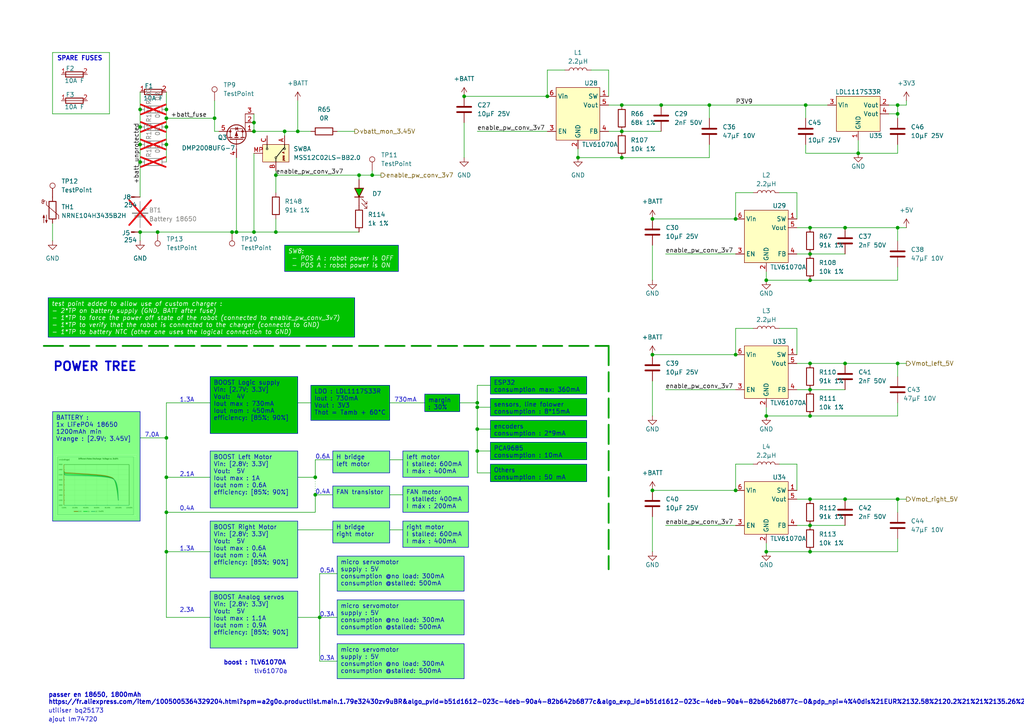
<source format=kicad_sch>
(kicad_sch (version 20231120) (generator "eeschema") (generator_version "8.0")
  (paper "A4")
  (junction (at 104.14 50.8))
  (junction (at 45.72 67.31))
  (junction (at 73.66 67.31))
  (junction (at 48.26 31.75))
  (junction (at 234.95 113.03))
  (junction (at 180.34 30.48))
  (junction (at 73.66 35.56))
  (junction (at 234.95 152.4))
  (junction (at 62.23 34.29))
  (junction (at 180.34 38.1))
  (junction (at 91.44 138.43))
  (junction (at 67.31 67.31))
  (junction (at 48.26 36.83))
  (junction (at 134.62 27.94))
  (junction (at 260.35 66.04))
  (junction (at 138.43 130.81))
  (junction (at 205.74 30.48))
  (junction (at 234.95 120.65))
  (junction (at 107.95 50.8))
  (junction (at 191.77 30.48))
  (junction (at 80.01 67.31))
  (junction (at 260.35 105.41))
  (junction (at 234.95 73.66))
  (junction (at 73.66 38.1))
  (junction (at 222.25 81.28))
  (junction (at 48.26 34.29))
  (junction (at 48.26 41.91))
  (junction (at 40.64 36.83))
  (junction (at 138.43 118.11))
  (junction (at 234.95 81.28))
  (junction (at 189.23 142.24))
  (junction (at 234.95 105.41))
  (junction (at 158.75 27.94))
  (junction (at 260.35 30.48))
  (junction (at 233.68 30.48))
  (junction (at 213.36 102.87))
  (junction (at 86.36 38.1))
  (junction (at 92.71 179.07))
  (junction (at 138.43 124.46))
  (junction (at 234.95 144.78))
  (junction (at 48.26 127))
  (junction (at 40.64 31.75))
  (junction (at 234.95 66.04))
  (junction (at 234.95 160.02))
  (junction (at 138.43 116.84))
  (junction (at 222.25 120.65))
  (junction (at 68.58 67.31))
  (junction (at 245.11 105.41))
  (junction (at 245.11 66.04))
  (junction (at 48.26 160.02))
  (junction (at 82.55 38.1))
  (junction (at 180.34 45.72))
  (junction (at 222.25 160.02))
  (junction (at 80.01 50.8))
  (junction (at 213.36 63.5))
  (junction (at 48.26 148.59))
  (junction (at 40.64 67.31))
  (junction (at 245.11 144.78))
  (junction (at 260.35 144.78))
  (junction (at 189.23 102.87))
  (junction (at 248.92 44.45))
  (junction (at 189.23 63.5))
  (junction (at 167.64 45.72))
  (junction (at 91.44 143.51))
  (junction (at 213.36 142.24))
  (junction (at 40.64 41.91))
  (junction (at 40.64 46.99))
  (junction (at 260.35 33.02))
  (junction (at 48.26 138.43))
  (wire (pts (xy 260.35 116.84) (xy 260.35 120.65)))
  (wire (pts (xy 234.95 144.78) (xy 245.11 144.78)))
  (wire (pts (xy 48.26 41.91) (xy 48.26 46.99)))
  (wire (pts (xy 171.45 20.32) (xy 176.53 20.32)))
  (wire (pts (xy 233.68 44.45) (xy 248.92 44.45)))
  (wire (pts (xy 231.14 66.04) (xy 234.95 66.04)))
  (wire (pts (xy 113.03 133.35) (xy 116.84 133.35)))
  (wire (pts (xy 67.31 67.31) (xy 68.58 67.31)))
  (wire (pts (xy 48.26 26.67) (xy 48.26 31.75)))
  (wire (pts (xy 48.26 138.43) (xy 48.26 148.59)))
  (wire (pts (xy 82.55 38.1) (xy 86.36 38.1)))
  (wire (pts (xy 260.35 30.48) (xy 262.89 30.48)))
  (wire (pts (xy 138.43 137.16) (xy 138.43 130.81)))
  (wire (pts (xy 73.66 35.56) (xy 73.66 38.1)))
  (wire (pts (xy 72.39 38.1) (xy 73.66 38.1)))
  (wire (pts (xy 40.64 36.83) (xy 40.64 41.91)))
  (wire (pts (xy 86.36 38.1) (xy 90.17 38.1)))
  (wire (pts (xy 222.25 78.74) (xy 222.25 81.28)))
  (wire (pts (xy 138.43 111.76) (xy 138.43 116.84)))
  (wire (pts (xy 189.23 71.12) (xy 189.23 81.28)))
  (wire (pts (xy 48.26 127) (xy 48.26 116.84)))
  (wire (pts (xy 86.36 138.43) (xy 91.44 138.43)))
  (wire (pts (xy 248.92 40.64) (xy 248.92 44.45)))
  (wire (pts (xy 257.81 33.02) (xy 260.35 33.02)))
  (wire (pts (xy 260.35 105.41) (xy 260.35 109.22)))
  (wire (pts (xy 138.43 118.11) (xy 138.43 116.84)))
  (wire (pts (xy 226.06 95.25) (xy 231.14 95.25)))
  (wire (pts (xy 231.14 73.66) (xy 234.95 73.66)))
  (wire (pts (xy 213.36 102.87) (xy 213.36 95.25)))
  (wire (pts (xy 80.01 50.8) (xy 80.01 55.88)))
  (wire (pts (xy 189.23 102.87) (xy 213.36 102.87)))
  (wire (pts (xy 97.79 166.37) (xy 92.71 166.37)))
  (wire (pts (xy 107.95 50.8) (xy 110.49 50.8)))
  (wire (pts (xy 48.26 36.83) (xy 48.26 41.91)))
  (wire (pts (xy 142.24 111.76) (xy 138.43 111.76)))
  (wire (pts (xy 80.01 67.31) (xy 104.14 67.31)))
  (wire (pts (xy 205.74 30.48) (xy 205.74 34.29)))
  (wire (pts (xy 113.03 153.67) (xy 116.84 153.67)))
  (wire (pts (xy 138.43 130.81) (xy 138.43 124.46)))
  (wire (pts (xy 234.95 113.03) (xy 245.11 113.03)))
  (wire (pts (xy 48.26 179.07) (xy 48.26 160.02)))
  (wire (pts (xy 92.71 191.77) (xy 97.79 191.77)))
  (wire (pts (xy 260.35 156.21) (xy 260.35 160.02)))
  (wire (pts (xy 231.14 152.4) (xy 234.95 152.4)))
  (wire (pts (xy 180.34 45.72) (xy 205.74 45.72)))
  (wire (pts (xy 40.64 127) (xy 48.26 127)))
  (wire (pts (xy 91.44 143.51) (xy 91.44 148.59)))
  (wire (pts (xy 104.14 50.8) (xy 107.95 50.8)))
  (wire (pts (xy 189.23 142.24) (xy 213.36 142.24)))
  (wire (pts (xy 92.71 166.37) (xy 92.71 179.07)))
  (wire (pts (xy 260.35 33.02) (xy 260.35 30.48)))
  (wire (pts (xy 73.66 44.45) (xy 73.66 67.31)))
  (wire (pts (xy 48.26 179.07) (xy 60.96 179.07)))
  (wire (pts (xy 45.72 67.31) (xy 67.31 67.31)))
  (wire (pts (xy 73.66 33.02) (xy 73.66 35.56)))
  (wire (pts (xy 15.24 64.77) (xy 15.24 69.85)))
  (wire (pts (xy 73.66 38.1) (xy 82.55 38.1)))
  (wire (pts (xy 48.26 116.84) (xy 60.96 116.84)))
  (wire (pts (xy 205.74 41.91) (xy 205.74 45.72)))
  (wire (pts (xy 213.36 55.88) (xy 218.44 55.88)))
  (wire (pts (xy 68.58 45.72) (xy 68.58 67.31)))
  (wire (pts (xy 176.53 30.48) (xy 180.34 30.48)))
  (wire (pts (xy 260.35 144.78) (xy 262.89 144.78)))
  (wire (pts (xy 189.23 63.5) (xy 213.36 63.5)))
  (wire (pts (xy 260.35 77.47) (xy 260.35 81.28)))
  (wire (pts (xy 167.64 43.18) (xy 167.64 45.72)))
  (wire (pts (xy 40.64 26.67) (xy 40.64 31.75)))
  (wire (pts (xy 97.79 38.1) (xy 102.87 38.1)))
  (wire (pts (xy 234.95 120.65) (xy 260.35 120.65)))
  (wire (pts (xy 260.35 66.04) (xy 262.89 66.04)))
  (wire (pts (xy 80.01 63.5) (xy 80.01 67.31)))
  (wire (pts (xy 260.35 41.91) (xy 260.35 44.45)))
  (wire (pts (xy 222.25 118.11) (xy 222.25 120.65)))
  (wire (pts (xy 189.23 110.49) (xy 189.23 120.65)))
  (wire (pts (xy 189.23 149.86) (xy 189.23 160.02)))
  (wire (pts (xy 62.23 38.1) (xy 63.5 38.1)))
  (wire (pts (xy 260.35 30.48) (xy 257.81 30.48)))
  (wire (pts (xy 222.25 120.65) (xy 234.95 120.65)))
  (wire (pts (xy 40.64 46.99) (xy 40.64 57.15)))
  (wire (pts (xy 180.34 30.48) (xy 191.77 30.48)))
  (wire (pts (xy 176.53 20.32) (xy 176.53 27.94)))
  (wire (pts (xy 134.62 27.94) (xy 158.75 27.94)))
  (wire (pts (xy 213.36 142.24) (xy 213.36 134.62)))
  (wire (pts (xy 245.11 66.04) (xy 260.35 66.04)))
  (wire (pts (xy 176.53 38.1) (xy 180.34 38.1)))
  (wire (pts (xy 233.68 44.45) (xy 233.68 41.91)))
  (wire (pts (xy 62.23 34.29) (xy 62.23 38.1)))
  (wire (pts (xy 15.24 15.24) (xy 15.24 33.02)))
  (wire (pts (xy 107.95 49.53) (xy 107.95 50.8)))
  (wire (pts (xy 40.64 31.75) (xy 40.64 36.83)))
  (wire (pts (xy 91.44 133.35) (xy 91.44 138.43)))
  (wire (pts (xy 213.36 63.5) (xy 213.36 55.88)))
  (wire (pts (xy 231.14 113.03) (xy 234.95 113.03)))
  (wire (pts (xy 191.77 30.48) (xy 205.74 30.48)))
  (wire (pts (xy 138.43 38.1) (xy 158.75 38.1)))
  (wire (pts (xy 231.14 134.62) (xy 231.14 142.24)))
  (wire (pts (xy 86.36 116.84) (xy 90.17 116.84)))
  (wire (pts (xy 158.75 20.32) (xy 163.83 20.32)))
  (wire (pts (xy 86.36 179.07) (xy 92.71 179.07)))
  (wire (pts (xy 260.35 144.78) (xy 260.35 148.59)))
  (wire (pts (xy 234.95 81.28) (xy 260.35 81.28)))
  (wire (pts (xy 80.01 49.53) (xy 80.01 50.8)))
  (wire (pts (xy 245.11 105.41) (xy 260.35 105.41)))
  (wire (pts (xy 233.68 30.48) (xy 240.03 30.48)))
  (wire (pts (xy 48.26 34.29) (xy 48.26 36.83)))
  (wire (pts (xy 193.04 113.03) (xy 213.36 113.03)))
  (wire (pts (xy 222.25 157.48) (xy 222.25 160.02)))
  (wire (pts (xy 48.26 34.29) (xy 62.23 34.29)))
  (wire (pts (xy 60.96 138.43) (xy 48.26 138.43)))
  (wire (pts (xy 193.04 152.4) (xy 213.36 152.4)))
  (wire (pts (xy 96.52 133.35) (xy 91.44 133.35)))
  (wire (pts (xy 113.03 116.84) (xy 123.19 116.84)))
  (wire (pts (xy 226.06 134.62) (xy 231.14 134.62)))
  (wire (pts (xy 138.43 118.11) (xy 138.43 124.46)))
  (wire (pts (xy 248.92 44.45) (xy 260.35 44.45)))
  (wire (pts (xy 91.44 148.59) (xy 48.26 148.59)))
  (wire (pts (xy 15.24 15.24) (xy 31.75 15.24)))
  (wire (pts (xy 234.95 160.02) (xy 260.35 160.02)))
  (wire (pts (xy 260.35 66.04) (xy 260.35 69.85)))
  (wire (pts (xy 260.35 33.02) (xy 260.35 34.29)))
  (wire (pts (xy 40.64 67.31) (xy 45.72 67.31)))
  (wire (pts (xy 92.71 179.07) (xy 97.79 179.07)))
  (wire (pts (xy 86.36 29.21) (xy 86.36 38.1)))
  (wire (pts (xy 40.64 41.91) (xy 40.64 46.99)))
  (wire (pts (xy 226.06 55.88) (xy 231.14 55.88)))
  (wire (pts (xy 68.58 67.31) (xy 73.66 67.31)))
  (wire (pts (xy 260.35 105.41) (xy 262.89 105.41)))
  (wire (pts (xy 231.14 95.25) (xy 231.14 102.87)))
  (wire (pts (xy 205.74 30.48) (xy 233.68 30.48)))
  (wire (pts (xy 213.36 95.25) (xy 218.44 95.25)))
  (wire (pts (xy 234.95 152.4) (xy 245.11 152.4)))
  (wire (pts (xy 62.23 29.21) (xy 62.23 34.29)))
  (wire (pts (xy 233.68 30.48) (xy 233.68 34.29)))
  (wire (pts (xy 91.44 138.43) (xy 91.44 143.51)) (stroke (width 0) (type dot)))
  (wire (pts (xy 231.14 105.41) (xy 234.95 105.41)))
  (wire (pts (xy 104.14 52.07) (xy 104.14 50.8)))
  (wire (pts (xy 31.75 33.02) (xy 31.75 15.24)))
  (wire (pts (xy 48.26 31.75) (xy 48.26 34.29)))
  (wire (pts (xy 86.36 153.67) (xy 96.52 153.67)))
  (wire (pts (xy 113.03 143.51) (xy 116.84 143.51)))
  (wire (pts (xy 245.11 144.78) (xy 260.35 144.78)))
  (wire (pts (xy 80.01 50.8) (xy 104.14 50.8)))
  (wire (pts (xy 176.53 100.33) (xy 176.53 165.1)) (stroke (width 0.508) (type dash)))
  (wire (pts (xy 234.95 66.04) (xy 245.11 66.04)))
  (wire (pts (xy 167.64 45.72) (xy 180.34 45.72)))
  (wire (pts (xy 213.36 134.62) (xy 218.44 134.62)))
  (wire (pts (xy 231.14 55.88) (xy 231.14 63.5)))
  (wire (pts (xy 134.62 35.56) (xy 134.62 45.72)))
  (wire (pts (xy 12.7 100.33) (xy 176.53 100.33)) (stroke (width 0.508) (type dash)))
  (wire (pts (xy 138.43 130.81) (xy 142.24 130.81)))
  (wire (pts (xy 92.71 179.07) (xy 92.71 191.77)))
  (wire (pts (xy 231.14 144.78) (xy 234.95 144.78)))
  (wire (pts (xy 222.25 160.02) (xy 234.95 160.02)))
  (wire (pts (xy 193.04 73.66) (xy 213.36 73.66)))
  (wire (pts (xy 40.64 67.31) (xy 40.64 69.85)))
  (wire (pts (xy 48.26 148.59) (xy 48.26 160.02)))
  (wire (pts (xy 158.75 27.94) (xy 158.75 20.32)))
  (wire (pts (xy 234.95 73.66) (xy 245.11 73.66)))
  (wire (pts (xy 48.26 160.02) (xy 60.96 160.02)))
  (wire (pts (xy 142.24 137.16) (xy 138.43 137.16)))
  (wire (pts (xy 180.34 38.1) (xy 191.77 38.1)))
  (wire (pts (xy 133.35 116.84) (xy 138.43 116.84)))
  (wire (pts (xy 138.43 124.46) (xy 142.24 124.46)))
  (wire (pts (xy 15.24 33.02) (xy 31.75 33.02)))
  (wire (pts (xy 73.66 67.31) (xy 80.01 67.31)))
  (wire (pts (xy 262.89 30.48) (xy 262.89 29.21)))
  (wire (pts (xy 48.26 138.43) (xy 48.26 127)))
  (wire (pts (xy 91.44 143.51) (xy 96.52 143.51)))
  (wire (pts (xy 138.43 118.11) (xy 142.24 118.11)))
  (wire (pts (xy 234.95 105.41) (xy 245.11 105.41)))
  (wire (pts (xy 82.55 38.1) (xy 82.55 39.37)))
  (wire (pts (xy 222.25 81.28) (xy 234.95 81.28)))
  (circle (center 121.92 156.21) (radius 0.0001))
  (circle (center 121.92 146.05) (radius 0.0001))
  (circle (center 121.92 135.89) (radius 0.0001))
  (image (at 27.94 140.97) (scale 0.131997))
  (text_box "FAN motor\nI stalled: 400mA\nI max : 200mA" (at 116.84 140.97 0) (size 19.05 7.62) (fill (type color) (color 0 255 0 0.48)) (effects (font (size 1.27 1.27)) (justify left top)))
  (text_box "H bridge \nleft motor" (at 96.52 130.81 0) (size 16.51 6.35) (fill (type color) (color 0 255 0 0.48)) (effects (font (size 1.27 1.27)) (justify left top)))
  (text_box "micro servomotor\nsupply : 5V\nconsumption @no load: 300mA\nconsumption @stalled: 500mA" (at 97.79 173.99 0) (size 36.83 10.16) (fill (type color) (color 0 255 0 0.48)) (effects (font (size 1.27 1.27)) (justify left top)))
  (text_box "right motor\nI stalled: 600mA\nI max : 400mA" (at 116.84 151.13 0) (size 19.05 7.62) (fill (type color) (color 0 255 0 0.48)) (effects (font (size 1.27 1.27)) (justify left top)))
  (text_box "BATTERY : \n1x LiFePO4 18650 1200mAh min\nVrange : [2.9V; 3.45V]" (at 15.24 119.38 0) (size 25.4 31.75) (fill (type color) (color 0 255 0 0.48)) (effects (font (size 1.27 1.27)) (justify left top)))
  (text_box "encoders\nconsumption : 2*9mA" (at 142.24 121.92 0) (size 27.94 5.08) (fill (type color) (color 0 194 0 1)) (effects (font (size 1.27 1.27)) (justify left top)))
  (text_box "BOOST Right Motor\nVin: [2.8V; 3.3V]\nVout:  5V \nIout max : 0.6A\nIout nom : 0.4A\nefficiency: [85%; 90%]" (at 60.96 151.13 0) (size 25.4 16.51) (fill (type color) (color 0 255 0 0.48)) (effects (font (size 1.27 1.27)) (justify left top)))
  (text_box "FAN transistor" (at 96.52 140.97 0) (size 16.51 6.35) (fill (type color) (color 0 255 0 0.48)) (effects (font (size 1.27 1.27)) (justify left top)))
  (text_box "left motor\nI stalled: 600mA\nI max : 400mA" (at 116.84 130.81 0) (size 19.05 7.62) (fill (type color) (color 0 255 0 0.48)) (effects (font (size 1.27 1.27)) (justify left top)))
  (text_box "ESP32\nconsumption max: 360mA" (at 142.24 109.22 0) (size 27.94 5.08) (fill (type color) (color 0 194 0 1)) (effects (font (size 1.27 1.27)) (justify left top)))
  (text_box "H bridge \nright motor" (at 96.52 151.13 0) (size 16.51 6.35) (fill (type color) (color 0 255 0 0.48)) (effects (font (size 1.27 1.27)) (justify left top)))
  (text_box "Others\nconsumption : 50 mA" (at 142.24 134.62 0) (size 27.94 5.08) (fill (type color) (color 0 194 0 1)) (effects (font (size 1.27 1.27)) (justify left top)))
  (text_box "micro servomotor\nsupply : 5V\nconsumption @no load: 300mA\nconsumption @stalled: 500mA" (at 97.79 161.29 0) (size 36.83 10.16) (fill (type color) (color 0 255 0 0.48)) (effects (font (size 1.27 1.27)) (justify left top)))
  (text_box "BOOST Left Motor\nVin: [2.8V; 3.3V]\nVout:  5V \nIout max : 1A\nIout nom : 0.6A\nefficiency: [85%; 90%]" (at 60.96 130.81 0) (size 25.4 16.51) (fill (type color) (color 0 255 0 0.48)) (effects (font (size 1.27 1.27)) (justify left top)))
  (text_box "BOOST Logic supply\nVin: [2.7V; 3.3V]\nVout:  4V \nIout max : 730mA\nIout nom : 450mA\nefficiency: [85%; 90%]" (at 60.96 109.22 0) (size 25.4 16.51) (fill (type color) (color 0 194 0 1)) (effects (font (size 1.27 1.27)) (justify left top)))
  (text_box "PCA9685\nconsumption : 10mA" (at 142.24 128.27 0) (size 27.94 5.08) (fill (type color) (color 0 194 0 1)) (effects (font (size 1.27 1.27)) (justify left top)))
  (text_box "SW8:\n - POS A : robot power is OFF\n - POS A : robot power is ON" (at 82.55 71.12 0) (size 33.02 7.62) (fill (type color) (color 0 194 0 1)) (effects (font (size 1.27 1.27) (italic yes)) (justify left top)))
  (text_box "micro servomotor\nsupply : 5V\nconsumption @no load: 300mA\nconsumption @stalled: 500mA" (at 97.79 186.69 0) (size 36.83 10.16) (fill (type color) (color 0 255 0 0.48)) (effects (font (size 1.27 1.27)) (justify left top)))
  (text_box "test point added to allow use of custom charger : \n- 2*TP on battery supply (GND, BATT after fuse)\n- 1*TP to force the power off state of the robot (connected to enable_pw_conv_3v7)\n- 1*TP to verify that the robot is connected to the charger (connectd to GND)\n- 1*TP to battery NTC (other one uses the logical connection to GND)" (at 13.97 86.36 0) (size 88.9 11.43) (fill (type color) (color 0 194 0 1)) (effects (font (size 1.27 1.27) (italic yes)) (justify left top)))
  (text_box "margin : 30%" (at 123.19 114.3 0) (size 10.16 5.08) (fill (type color) (color 0 194 0 1)) (effects (font (size 1.27 1.27)) (justify left top)))
  (text_box "BOOST Analog servos\nVin: [2.8V; 3.3V]\nVout:  5V \nIout max : 1.1A\nIout nom : 0.9A\nefficiency: [85%; 90%]" (at 60.96 171.45 0) (size 25.4 16.51) (fill (type color) (color 0 255 0 0.48)) (effects (font (size 1.27 1.27)) (justify left top)))
  (text_box "LDO : LDL1117S33R\nIout : 730mA\nVout : 3V3\nThot = Tamb + 60°C" (at 90.17 111.76 0) (size 22.86 10.16) (fill (type color) (color 0 194 0 1)) (effects (font (size 1.27 1.27)) (justify left top)))
  (text_box "sensors, line folower\nconsumption : 8*15mA" (at 142.24 115.57 0) (size 27.94 5.08) (fill (type color) (color 0 194 0 1)) (effects (font (size 1.27 1.27)) (justify left top)))
  (text "0.3A" (at 92.71 179.07 0) (effects (font (size 1.27 1.27)) (justify left bottom)))
  (text "1.3A" (at 52.07 116.84 0) (effects (font (size 1.27 1.27)) (justify left bottom)))
  (text "ajout lm74720" (at 13.97 209.55 0) (effects (font (size 1.27 1.27)) (justify left bottom)))
  (text "POWER TREE" (at 15.24 107.95 0) (effects (font (size 2.54 2.54) (thickness 0.508) (bold yes)) (justify left bottom)))
  (text "passer en 18650, 1800mAh\nhttps://fr.aliexpress.com/item/1005005364329204.html?spm=a2g0o.productlist.main.1.79e32430zv9uBR&algo_pvid=b51d1612-023c-4deb-90a4-82b642b6877c&algo_exp_id=b51d1612-023c-4deb-90a4-82b642b6877c-0&pdp_npi=4%40dis%21EUR%2132.58%2120.2%21%21%2135.26%21%21%40211b813c17039785284962835e8012%2112000032749290547%21sea%21FR%210%21AB&curPageLogUid=3OSaMYC8x88B" (at 13.97 204.47 0) (effects (font (size 1.27 1.27) (bold yes)) (justify left bottom)))
  (text "0.4A" (at 91.44 143.51 0) (effects (font (size 1.27 1.27)) (justify left bottom)))
  (text "0.4A" (at 52.07 148.336 0) (effects (font (size 1.27 1.27)) (justify left bottom)))
  (text "2.1A" (at 52.07 138.43 0) (effects (font (size 1.27 1.27)) (justify left bottom)))
  (text "tlv61070a\n" (at 73.66 195.58 0) (effects (font (size 1.27 1.27)) (justify left bottom)))
  (text "utiliser bq25173" (at 13.97 207.01 0) (effects (font (size 1.27 1.27)) (justify left bottom)))
  (text "0.6A" (at 91.44 133.35 0) (effects (font (size 1.27 1.27)) (justify left bottom)))
  (text "2.3A" (at 52.07 177.8 0) (effects (font (size 1.27 1.27)) (justify left bottom)))
  (text "boost : TLV61070A " (at 64.77 193.04 0) (effects (font (size 1.27 1.27) (bold yes)) (justify left bottom)))
  (text "SPARE FUSES" (at 16.51 17.78 0) (effects (font (size 1.27 1.27) (thickness 0.254) (bold yes)) (justify left bottom)))
  (text "7.0A" (at 41.91 127 0) (effects (font (size 1.27 1.27)) (justify left bottom)))
  (text "0.5A" (at 92.71 166.37 0) (effects (font (size 1.27 1.27)) (justify left bottom)))
  (text "1.3A" (at 52.07 160.02 0) (effects (font (size 1.27 1.27)) (justify left bottom)))
  (text "730mA" (at 114.3 116.84 0) (effects (font (size 1.27 1.27)) (justify left bottom)))
  (text "0.3A" (at 92.71 191.77 0) (effects (font (size 1.27 1.27)) (justify left bottom)))
  (label "enable_pw_conv_3v7" (at 193.04 73.66 0))
  (label "P3V9" (at 213.36 30.48 0))
  (label "enable_pw_conv_3v7" (at 138.43 38.1 0))
  (label "enable_pw_conv_3v7" (at 193.04 113.03 0))
  (label "enable_pw_conv_3v7" (at 193.04 152.4 0))
  (label "enable_pw_conv_3v7" (at 80.01 50.8 0))
  (label "+batt_unprotected" (at 40.64 53.34 90))
  (label "+batt_fuse" (at 49.53 34.29 0))
  (hierarchical_label "vbatt_mon_3.45V" (shape output) (at 102.87 38.1 0))
  (hierarchical_label "Vmot_left_5V" (shape output) (at 262.89 105.41 0))
  (hierarchical_label "enable_pw_conv_3v7" (shape output) (at 110.49 50.8 0))
  (hierarchical_label "Vmot_right_5V" (shape output) (at 262.89 144.78 0))
  (symbol (lib_id "cocotter_others:JFC2410-2100FS") (at 44.45 26.67 0) (unit 1)
    (property "Reference" "F1" (at 43.1969 24.9476 0))
    (property "Value" "10A F" (at 44.4576 28.4779 0))
    (property "Footprint" "cocotter_others:JFC2410" (effects (hide yes)))
    (property "Datasheet" "https://datasheet.lcsc.com/lcsc/2305151203_Shenzhen-JDT-Fuse-JFC2410-2100FS_C136374.pdf" (effects (hide yes)))
    (property "Description" "10A fuse, 125V AC,  6.6mOhms, I²t 118.38 A².s" (effects (hide yes)))
    (property "JLCPCB Part #" "C136374" (effects (hide yes)))
  )
  (symbol (lib_id "cocotter_inductors:LMLP07A7M2R2DTAS") (at 222.25 95.25 90) (unit 1)
    (property "Reference" "L3" (at 222.25 90.17 90))
    (property "Value" "2.2µH" (at 222.25 92.71 90))
    (property "Footprint" "cocotter_inductors:L_Kyocera_07A7_7.3x6.6mm" (effects (hide yes)))
    (property "Datasheet" "https://www.mouser.fr/datasheet/2/40/LMLPD-3165140.pdf" (effects (hide yes)))
    (property "Description" "2.2 µH, Idc 8A, Isat 12A, DCR 17 mOhms" (effects (hide yes)))
    (property "MOUSER" "581-LMLP07A7M2R2DTAS" (effects (hide yes)))
  )
  (symbol (lib_id "cocotter_resistors:NRNE104H3435B2H") (at 15.24 60.96 0) (unit 1)
    (property "Reference" "TH1" (at 17.78 60.0074 0) (effects (justify left)))
    (property "Value" "NRNE104H3435B2H" (at 17.78 62.5474 0) (effects (justify left)))
    (property "Footprint" "cocotter_resistor:CTN-NRN" (effects (hide yes)))
    (property "Description" "Temperature dependent resistor, negative temperature coefficient" (effects (hide yes)))
  )
  (symbol (lib_id "cocotter_diodes:green_led_0603") (at 104.14 55.88 90) (unit 1)
    (property "Reference" "D7" (at 107.95 56.1974 90) (effects (justify right)))
    (property "Value" "green, 0603" (effects (hide yes)))
    (property "Footprint" "cocotter_diodes:LED_0603_1608Metric" (effects (hide yes)))
    (property "Description" "Light emitting diode, Green, Vf=[2V; 2.4V]" (effects (hide yes)))
    (property "DIGIKEY_REF" "3147-B19Y1UYG-20C000313U1930CT-ND" (effects (hide yes)))
    (property "MOUSER_REF" "710-150060VS55040" (effects (hide yes)))
    (property "JLCPCB Part #" "C22371299" (effects (hide yes)))
  )
  (symbol (lib_id "power:+BATT") (at 189.23 63.5 0) (unit 1)
    (property "Reference" "#PWR07" (effects (hide yes)))
    (property "Value" "+BATT" (at 189.23 58.42 0))
    (property "Description" "Power symbol creates a global label with name \"+BATT\"" (effects (hide yes)))
  )
  (symbol (lib_id "cocotter_resistors:R_91k_0603_1%") (at 234.95 109.22 0) (unit 1)
    (property "Reference" "R110" (at 237.49 107.9499 0) (effects (justify left)))
    (property "Value" "91k 1%" (at 237.49 110.4899 0) (effects (justify left)))
    (property "Footprint" "cocotter_resistor:r0603_reflow" (effects (hide yes)))
    (property "Description" "Resistor" (effects (hide yes)))
    (property "Specification" "91k 0603 1% 100mW" (effects (hide yes)))
    (property "JLCPCB Part #" "C23265" (effects (hide yes)))
  )
  (symbol (lib_id "cocotter_capacitors:C_10µF_25V_0805_X5R") (at 134.62 31.75 0) (unit 1)
    (property "Reference" "C27" (at 138.43 30.4799 0) (effects (justify left)))
    (property "Value" "10µF 25V" (at 138.43 33.0199 0) (effects (justify left)))
    (property "Footprint" "cocotter_capacitors:C_0805_2012Metric" (effects (hide yes)))
    (property "Description" "Unpolarized capacitor" (effects (hide yes)))
    (property "Specification" "10µF 25V X7R 0805 " (effects (hide yes)))
    (property "JLCPCB Part #" "C15850" (effects (hide yes)))
  )
  (symbol (lib_id "cocotter_transistors:DMP2008UFG-7") (at 68.58 38.1 90) (unit 1)
    (property "Reference" "Q3" (at 64.516 39.878 90))
    (property "Value" "DMP2008UFG-7" (at 60.452 42.926 90))
    (property "Footprint" "cocotter_transistors:Diodes_PowerDI3333-8" (effects (hide yes)))
    (property "Datasheet" "cocotter_transistors:Diodes_PowerDI3333-8" (effects (hide yes)))
    (property "Description" "PMOS, ID MAX -10A @ Vgs=2.5V, 9.8mOhms@Vgs=2.5V, Vgs max 8V, VDS max 20V" (effects (hide yes)))
    (property "JLCPCB Part #" "C461052" (effects (hide yes)))
  )
  (symbol (lib_id "cocotter_resistors:R_0R_0603") (at 93.98 38.1 90) (unit 1)
    (property "Reference" "R65" (at 93.98 31.75 90))
    (property "Value" "0R" (at 93.98 34.29 90))
    (property "Footprint" "cocotter_resistor:r0603_reflow" (effects (hide yes)))
    (property "Description" "Resistor" (effects (hide yes)))
    (property "Specification" "0R 0603 20mOhms max 100mW" (effects (hide yes)))
    (property "JLCPCB Part #" "C431718" (effects (hide yes)))
  )
  (symbol (lib_id "power:+5V") (at 262.89 66.04 0) (unit 1)
    (property "Reference" "#PWR0235" (effects (hide yes)))
    (property "Value" "+5V" (at 262.89 60.96 0))
    (property "Description" "Power symbol creates a global label with name \"+5V\"" (effects (hide yes)))
  )
  (symbol (lib_id "power:GND") (at 134.62 45.72 0) (unit 1)
    (property "Reference" "#PWR06" (effects (hide yes)))
    (property "Value" "GND" (at 134.62 50.8 0))
    (property "Description" "Power symbol creates a global label with name \"GND\" , ground" (effects (hide yes)))
  )
  (symbol (lib_id "power:+3V3") (at 262.89 29.21 0) (unit 1)
    (property "Reference" "#PWR031" (effects (hide yes)))
    (property "Value" "+3V3" (at 262.89 24.13 0))
    (property "Description" "Power symbol creates a global label with name \"+3V3\"" (effects (hide yes)))
  )
  (symbol (lib_id "cocotter_others:TestPoint_for_pogo_pin-1mm") (at 107.95 49.53 0) (unit 1) (in_bom no)
    (property "Reference" "TP11" (at 110.49 44.9579 0) (effects (justify left)))
    (property "Value" "TestPoint" (at 110.49 47.4979 0) (effects (justify left)))
    (property "Footprint" "cocotter_others:testpoint-THT-0.5mm" (effects (hide yes)))
    (property "Description" "test point" (effects (hide yes)))
  )
  (symbol (lib_id "cocotter_connectors:254") (at 38.1 69.85 0) (unit 1)
    (property "Reference" "J5" (at 36.576 67.564 0))
    (property "Value" "254" (at 37.846 69.596 0))
    (property "Footprint" "cocotter_connectors:254" (effects (hide yes)))
    (property "Description" "SMD battery clip Keystone" (effects (hide yes)))
    (property "JLCPCB Part #" "C2979182" (effects (hide yes)))
  )
  (symbol (lib_id "power:+BATT") (at 189.23 102.87 0) (unit 1)
    (property "Reference" "#PWR010" (effects (hide yes)))
    (property "Value" "+BATT" (at 189.23 97.79 0))
    (property "Description" "Power symbol creates a global label with name \"+BATT\"" (effects (hide yes)))
  )
  (symbol (lib_id "cocotter_resistors:R_0R_0603") (at 44.45 31.75 90) (unit 1) (dnp yes)
    (property "Reference" "R103" (at 43.18 30.48 0) (effects (justify left)))
    (property "Value" "0R" (at 45.72 27.94 0))
    (property "Footprint" "cocotter_resistor:r0603_reflow" (effects (hide yes)))
    (property "Description" "Resistor" (effects (hide yes)))
    (property "Specification" "0R 0603 20mOhms max 100mW" (effects (hide yes)))
    (property "JLCPCB Part #" "C431718" (effects (hide yes)))
  )
  (symbol (lib_id "cocotter_connectors:MSS12C02LS-BB2.0") (at 80.01 44.45 270) (unit 1)
    (property "Reference" "SW8" (at 85.09 43.1799 90) (effects (justify left)))
    (property "Value" "MSS12C02LS-BB2.0" (at 85.09 45.7199 90) (effects (justify left)))
    (property "Footprint" "cocotter_connectors:MSS12C02LS-BB2.0" (effects (hide yes)))
    (property "Datasheet" "https://www.mouser.fr/datasheet/2/910/606_MSS614-1571571.pdf" (effects (hide yes)))
    (property "Description" "100mA max, 12Vdc, 10000 cycles" (effects (hide yes)))
    (property "JLCPCB Part #" "C3008585" (effects (hide yes)))
  )
  (symbol (lib_id "cocotter_capacitors:C_47µF_10V_1206_X5R") (at 260.35 152.4 0) (unit 1)
    (property "Reference" "C44" (at 264.16 151.13 0) (effects (justify left)))
    (property "Value" "47µF 10V" (at 264.16 153.67 0) (effects (justify left)))
    (property "Footprint" "cocotter_capacitors:C_1206_3216Metric" (effects (hide yes)))
    (property "Description" "Unpolarized capacitor" (effects (hide yes)))
    (property "Specification" "47µF 10V X5R 1206" (effects (hide yes)))
    (property "JLCPCB Part #" "C96123" (effects (hide yes)))
  )
  (symbol (lib_id "cocotter_resistors:R_10k_0603_1%") (at 180.34 41.91 0) (unit 1)
    (property "Reference" "R107" (at 182.88 40.6399 0) (effects (justify left)))
    (property "Value" "10k 1%" (at 182.88 43.1799 0) (effects (justify left)))
    (property "Footprint" "cocotter_resistor:r0603_reflow" (effects (hide yes)))
    (property "Description" "Resistor" (effects (hide yes)))
    (property "Specification" "10k 0603 1% 100mW" (effects (hide yes)))
    (property "mouser" "603-RC0603FR-10100KL" (effects (hide yes)))
    (property "JLCPCB Part #" "C25804" (effects (hide yes)))
  )
  (symbol (lib_id "power:GND") (at 15.24 69.85 0) (unit 1)
    (property "Reference" "#PWR037" (effects (hide yes)))
    (property "Value" "GND" (at 15.24 74.93 0))
    (property "Description" "Power symbol creates a global label with name \"GND\" , ground" (effects (hide yes)))
  )
  (symbol (lib_id "cocotter_others:TestPoint_for_pogo_pin-1mm") (at 62.23 29.21 0) (unit 1) (in_bom no)
    (property "Reference" "TP9" (at 64.77 24.6379 0) (effects (justify left)))
    (property "Value" "TestPoint" (at 64.77 27.1779 0) (effects (justify left)))
    (property "Footprint" "cocotter_others:testpoint-THT-0.5mm" (effects (hide yes)))
    (property "Description" "test point" (effects (hide yes)))
  )
  (symbol (lib_id "cocotter_capacitors:C_2nF_50V_0603") (at 245.11 69.85 0) (unit 1)
    (property "Reference" "C37" (at 248.92 68.5799 0) (effects (justify left)))
    (property "Value" "2nF 50V" (at 248.92 71.1199 0) (effects (justify left)))
    (property "Footprint" "cocotter_capacitors:C_0603_1608Metric" (effects (hide yes)))
    (property "Description" "Unpolarized capacitor tol +/-10%" (effects (hide yes)))
    (property "Specification" "2nF 50V X7R 0603 " (effects (hide yes)))
    (property "JLCPCB Part #" "C282245" (effects (hide yes)))
  )
  (symbol (lib_id "cocotter_inductors:LMLP07A7M2R2DTAS") (at 167.64 20.32 90) (unit 1)
    (property "Reference" "L1" (at 167.64 15.24 90))
    (property "Value" "2.2µH" (at 167.64 17.78 90))
    (property "Footprint" "cocotter_inductors:L_Kyocera_07A7_7.3x6.6mm" (effects (hide yes)))
    (property "Datasheet" "https://www.mouser.fr/datasheet/2/40/LMLPD-3165140.pdf" (effects (hide yes)))
    (property "Description" "2.2 µH, Idc 8A, Isat 12A, DCR 17 mOhms" (effects (hide yes)))
    (property "MOUSER" "581-LMLP07A7M2R2DTAS" (effects (hide yes)))
  )
  (symbol (lib_id "cocotter_resistors:R_10k_0603_1%") (at 234.95 156.21 0) (unit 1)
    (property "Reference" "R113" (at 237.49 154.9399 0) (effects (justify left)))
    (property "Value" "10k 1%" (at 237.49 157.4799 0) (effects (justify left)))
    (property "Footprint" "cocotter_resistor:r0603_reflow" (effects (hide yes)))
    (property "Description" "Resistor" (effects (hide yes)))
    (property "Specification" "10k 0603 1% 100mW" (effects (hide yes)))
    (property "mouser" "603-RC0603FR-10100KL" (effects (hide yes)))
    (property "JLCPCB Part #" "C25804" (effects (hide yes)))
  )
  (symbol (lib_id "power:+BATT") (at 134.62 27.94 0) (unit 1)
    (property "Reference" "#PWR05" (effects (hide yes)))
    (property "Value" "+BATT" (at 134.62 22.86 0))
    (property "Description" "Power symbol creates a global label with name \"+BATT\"" (effects (hide yes)))
  )
  (symbol (lib_id "cocotter_inductors:LMLP07A7M2R2DTAS") (at 222.25 134.62 90) (unit 1)
    (property "Reference" "L4" (at 222.25 129.54 90))
    (property "Value" "2.2µH" (at 222.25 132.08 90))
    (property "Footprint" "cocotter_inductors:L_Kyocera_07A7_7.3x6.6mm" (effects (hide yes)))
    (property "Datasheet" "https://www.mouser.fr/datasheet/2/40/LMLPD-3165140.pdf" (effects (hide yes)))
    (property "Description" "2.2 µH, Idc 8A, Isat 12A, DCR 17 mOhms" (effects (hide yes)))
    (property "MOUSER" "581-LMLP07A7M2R2DTAS" (effects (hide yes)))
  )
  (symbol (lib_id "cocotter_capacitors:C_2nF_50V_0603") (at 245.11 148.59 0) (unit 1)
    (property "Reference" "C42" (at 248.92 147.3199 0) (effects (justify left)))
    (property "Value" "2nF 50V" (at 248.92 149.8599 0) (effects (justify left)))
    (property "Footprint" "cocotter_capacitors:C_0603_1608Metric" (effects (hide yes)))
    (property "Description" "Unpolarized capacitor tol +/-10%" (effects (hide yes)))
    (property "Specification" "2nF 50V X7R 0603 " (effects (hide yes)))
    (property "JLCPCB Part #" "C282245" (effects (hide yes)))
  )
  (symbol (lib_id "cocotter_capacitors:C_10µF_25V_0805_X5R") (at 189.23 106.68 0) (unit 1)
    (property "Reference" "C39" (at 193.04 105.4099 0) (effects (justify left)))
    (property "Value" "10µF 25V" (at 193.04 107.9499 0) (effects (justify left)))
    (property "Footprint" "cocotter_capacitors:C_0805_2012Metric" (effects (hide yes)))
    (property "Description" "Unpolarized capacitor" (effects (hide yes)))
    (property "Specification" "10µF 25V X7R 0805 " (effects (hide yes)))
    (property "JLCPCB Part #" "C15850" (effects (hide yes)))
  )
  (symbol (lib_id "cocotter_ic:LDL1117S33R") (at 248.92 33.02 0) (unit 1)
    (property "Reference" "U35" (at 254 39.37 0))
    (property "Value" "LDL1117S33R" (at 248.92 26.67 0))
    (property "Footprint" "cocotter_ic:SOT-223" (effects (hide yes)))
  )
  (symbol (lib_id "cocotter_others:JFC2410-2100FS") (at 21.59 21.59 0) (unit 1)
    (property "Reference" "F2" (at 20.3369 19.8676 0))
    (property "Value" "10A F" (at 21.5976 23.3979 0))
    (property "Footprint" "cocotter_others:JFC2410" (effects (hide yes)))
    (property "Datasheet" "https://datasheet.lcsc.com/lcsc/2305151203_Shenzhen-JDT-Fuse-JFC2410-2100FS_C136374.pdf" (effects (hide yes)))
    (property "Description" "10A fuse, 125V AC,  6.6mOhms, I²t 118.38 A².s" (effects (hide yes)))
    (property "JLCPCB Part #" "C136374" (effects (hide yes)))
  )
  (symbol (lib_id "power:+BATT") (at 86.36 29.21 0) (unit 1)
    (property "Reference" "#PWR0233" (effects (hide yes)))
    (property "Value" "+BATT" (at 86.36 24.13 0))
    (property "Description" "Power symbol creates a global label with name \"+BATT\"" (effects (hide yes)))
  )
  (symbol (lib_id "power:+BATT") (at 189.23 142.24 0) (unit 1)
    (property "Reference" "#PWR012" (effects (hide yes)))
    (property "Value" "+BATT" (at 189.23 137.16 0))
    (property "Description" "Power symbol creates a global label with name \"+BATT\"" (effects (hide yes)))
  )
  (symbol (lib_id "cocotter_capacitors:C_47µF_10V_1206_X5R") (at 205.74 38.1 0) (unit 1)
    (property "Reference" "C36" (at 209.55 36.83 0) (effects (justify left)))
    (property "Value" "47µF 10V" (at 209.55 39.37 0) (effects (justify left)))
    (property "Footprint" "cocotter_capacitors:C_1206_3216Metric" (effects (hide yes)))
    (property "Description" "Unpolarized capacitor" (effects (hide yes)))
    (property "Specification" "47µF 10V X5R 1206" (effects (hide yes)))
    (property "JLCPCB Part #" "C96123" (effects (hide yes)))
  )
  (symbol (lib_id "cocotter_resistors:R_68k_0603_1%") (at 180.34 34.29 0) (unit 1)
    (property "Reference" "R66" (at 182.88 33.0199 0) (effects (justify left)))
    (property "Value" "68k 1%" (at 182.88 35.5599 0) (effects (justify left)))
    (property "Footprint" "cocotter_resistor:r0603_reflow" (effects (hide yes)))
    (property "Description" "Resistor" (effects (hide yes)))
    (property "Specification" "68k 0603 1% 100mW" (effects (hide yes)))
    (property "JLCPCB Part #" "C23231" (effects (hide yes)))
  )
  (symbol (lib_id "cocotter_resistors:R_91k_0603_1%") (at 234.95 69.85 0) (unit 1)
    (property "Reference" "R67" (at 237.49 68.5799 0) (effects (justify left)))
    (property "Value" "91k 1%" (at 237.49 71.1199 0) (effects (justify left)))
    (property "Footprint" "cocotter_resistor:r0603_reflow" (effects (hide yes)))
    (property "Description" "Resistor" (effects (hide yes)))
    (property "Specification" "91k 0603 1% 100mW" (effects (hide yes)))
    (property "JLCPCB Part #" "C23265" (effects (hide yes)))
  )
  (symbol (lib_id "cocotter_capacitors:C_2nF_50V_0603") (at 245.11 109.22 0) (unit 1)
    (property "Reference" "C41" (at 248.92 107.9499 0) (effects (justify left)))
    (property "Value" "2nF 50V" (at 248.92 110.4899 0) (effects (justify left)))
    (property "Footprint" "cocotter_capacitors:C_0603_1608Metric" (effects (hide yes)))
    (property "Description" "Unpolarized capacitor tol +/-10%" (effects (hide yes)))
    (property "Specification" "2nF 50V X7R 0603 " (effects (hide yes)))
    (property "JLCPCB Part #" "C282245" (effects (hide yes)))
  )
  (symbol (lib_id "cocotter_capacitors:C_47µF_10V_1206_X5R") (at 260.35 73.66 0) (unit 1)
    (property "Reference" "C38" (at 264.16 72.39 0) (effects (justify left)))
    (property "Value" "47µF 10V" (at 264.16 74.93 0) (effects (justify left)))
    (property "Footprint" "cocotter_capacitors:C_1206_3216Metric" (effects (hide yes)))
    (property "Description" "Unpolarized capacitor" (effects (hide yes)))
    (property "Specification" "47µF 10V X5R 1206" (effects (hide yes)))
    (property "JLCPCB Part #" "C96123" (effects (hide yes)))
  )
  (symbol (lib_id "cocotter_ic:TLV61070A") (at 167.64 33.02 0) (unit 1)
    (property "Reference" "U28" (at 171.45 24.13 0))
    (property "Value" "TLV61070A" (at 173.99 41.91 0))
    (property "Footprint" "cocotter_ic:SOT-23-6" (effects (hide yes)))
    (property "Datasheet" "https://www.ti.com/lit/gpn/TLV61070A" (effects (hide yes)))
  )
  (symbol (lib_id "power:GND") (at 248.92 44.45 0) (unit 1)
    (property "Reference" "#PWR016" (effects (hide yes)))
    (property "Value" "GND" (at 248.92 48.26 0))
    (property "Description" "Power symbol creates a global label with name \"GND\" , ground" (effects (hide yes)))
  )
  (symbol (lib_id "cocotter_others:TestPoint_for_pogo_pin-1mm") (at 45.72 67.31 180) (unit 1) (in_bom no)
    (property "Reference" "TP13" (at 48.26 69.3419 0) (effects (justify right)))
    (property "Value" "TestPoint" (at 48.26 71.8819 0) (effects (justify right)))
    (property "Footprint" "cocotter_others:testpoint-THT-0.5mm" (effects (hide yes)))
    (property "Description" "test point" (effects (hide yes)))
  )
  (symbol (lib_id "cocotter_others:TestPoint_for_pogo_pin-1mm") (at 67.31 67.31 180) (unit 1) (in_bom no)
    (property "Reference" "TP10" (at 69.85 69.3419 0) (effects (justify right)))
    (property "Value" "TestPoint" (at 69.85 71.8819 0) (effects (justify right)))
    (property "Footprint" "cocotter_others:testpoint-THT-0.5mm" (effects (hide yes)))
    (property "Description" "test point" (effects (hide yes)))
  )
  (symbol (lib_id "cocotter_ic:TLV61070A") (at 222.25 147.32 0) (unit 1)
    (property "Reference" "U34" (at 226.06 138.43 0))
    (property "Value" "TLV61070A" (at 228.6 156.21 0))
    (property "Footprint" "cocotter_ic:SOT-23-6" (effects (hide yes)))
    (property "Datasheet" "https://www.ti.com/lit/gpn/TLV61070A" (effects (hide yes)))
  )
  (symbol (lib_id "power:GND") (at 222.25 160.02 0) (unit 1)
    (property "Reference" "#PWR015" (effects (hide yes)))
    (property "Value" "GND" (at 222.25 163.83 0))
    (property "Description" "Power symbol creates a global label with name \"GND\" , ground" (effects (hide yes)))
  )
  (symbol (lib_id "cocotter_resistors:R_10k_0603_1%") (at 234.95 77.47 0) (unit 1)
    (property "Reference" "R108" (at 237.49 76.1999 0) (effects (justify left)))
    (property "Value" "10k 1%" (at 237.49 78.7399 0) (effects (justify left)))
    (property "Footprint" "cocotter_resistor:r0603_reflow" (effects (hide yes)))
    (property "Description" "Resistor" (effects (hide yes)))
    (property "Specification" "10k 0603 1% 100mW" (effects (hide yes)))
    (property "mouser" "603-RC0603FR-10100KL" (effects (hide yes)))
    (property "JLCPCB Part #" "C25804" (effects (hide yes)))
  )
  (symbol (lib_id "cocotter_ic:TLV61070A") (at 222.25 68.58 0) (unit 1)
    (property "Reference" "U29" (at 226.06 59.69 0))
    (property "Value" "TLV61070A" (at 228.6 77.47 0))
    (property "Footprint" "cocotter_ic:SOT-23-6" (effects (hide yes)))
    (property "Datasheet" "https://www.ti.com/lit/gpn/TLV61070A" (effects (hide yes)))
  )
  (symbol (lib_id "cocotter_others:TestPoint_for_pogo_pin-1mm") (at 15.24 57.15 0) (unit 1) (in_bom no)
    (property "Reference" "TP12" (at 17.78 52.5779 0) (effects (justify left)))
    (property "Value" "TestPoint" (at 17.78 55.1179 0) (effects (justify left)))
    (property "Footprint" "cocotter_others:testpoint-THT-0.5mm" (effects (hide yes)))
    (property "Description" "test point" (effects (hide yes)))
  )
  (symbol (lib_id "power:GND") (at 222.25 120.65 0) (unit 1)
    (property "Reference" "#PWR014" (effects (hide yes)))
    (property "Value" "GND" (at 222.25 124.46 0))
    (property "Description" "Power symbol creates a global label with name \"GND\" , ground" (effects (hide yes)))
  )
  (symbol (lib_id "cocotter_capacitors:C_10µF_25V_0805_X5R") (at 189.23 67.31 0) (unit 1)
    (property "Reference" "C30" (at 193.04 66.0399 0) (effects (justify left)))
    (property "Value" "10µF 25V" (at 193.04 68.5799 0) (effects (justify left)))
    (property "Footprint" "cocotter_capacitors:C_0805_2012Metric" (effects (hide yes)))
    (property "Description" "Unpolarized capacitor" (effects (hide yes)))
    (property "Specification" "10µF 25V X7R 0805 " (effects (hide yes)))
    (property "JLCPCB Part #" "C15850" (effects (hide yes)))
  )
  (symbol (lib_id "cocotter_capacitors:C_2nF_50V_0603") (at 191.77 34.29 0) (unit 1)
    (property "Reference" "C29" (at 195.58 33.0199 0) (effects (justify left)))
    (property "Value" "2nF 50V" (at 195.58 35.5599 0) (effects (justify left)))
    (property "Footprint" "cocotter_capacitors:C_0603_1608Metric" (effects (hide yes)))
    (property "Description" "Unpolarized capacitor tol +/-10%" (effects (hide yes)))
    (property "Specification" "2nF 50V X7R 0603 " (effects (hide yes)))
    (property "JLCPCB Part #" "C282245" (effects (hide yes)))
  )
  (symbol (lib_id "cocotter_capacitors:C_10µF_25V_0805_X5R") (at 260.35 38.1 0) (unit 1)
    (property "Reference" "C46" (at 264.16 36.8299 0) (effects (justify left)))
    (property "Value" "10µF 25V" (at 264.16 39.3699 0) (effects (justify left)))
    (property "Footprint" "cocotter_capacitors:C_0805_2012Metric" (effects (hide yes)))
    (property "Description" "Unpolarized capacitor" (effects (hide yes)))
    (property "Specification" "10µF 25V X7R 0805 " (effects (hide yes)))
    (property "JLCPCB Part #" "C15850" (effects (hide yes)))
  )
  (symbol (lib_id "cocotter_resistors:R_10k_0603_1%") (at 234.95 116.84 0) (unit 1)
    (property "Reference" "R111" (at 237.49 115.5699 0) (effects (justify left)))
    (property "Value" "10k 1%" (at 237.49 118.1099 0) (effects (justify left)))
    (property "Footprint" "cocotter_resistor:r0603_reflow" (effects (hide yes)))
    (property "Description" "Resistor" (effects (hide yes)))
    (property "Specification" "10k 0603 1% 100mW" (effects (hide yes)))
    (property "mouser" "603-RC0603FR-10100KL" (effects (hide yes)))
    (property "JLCPCB Part #" "C25804" (effects (hide yes)))
  )
  (symbol (lib_id "cocotter_capacitors:C_10µF_25V_0805_X5R") (at 233.68 38.1 0) (unit 1)
    (property "Reference" "C45" (at 234.315 35.56 0) (effects (justify left)))
    (property "Value" "10µF 25V" (at 234.315 40.64 0) (effects (justify left)))
    (property "Footprint" "cocotter_capacitors:C_0805_2012Metric" (effects (hide yes)))
    (property "Description" "Unpolarized capacitor" (effects (hide yes)))
    (property "Specification" "10µF 25V X7R 0805 " (effects (hide yes)))
    (property "JLCPCB Part #" "C15850" (effects (hide yes)))
  )
  (symbol (lib_id "cocotter_connectors:254") (at 38.1 59.69 0) (unit 1)
    (property "Reference" "J8" (at 36.83 57.15 0))
    (property "Value" "254" (at 37.846 59.436 0))
    (property "Footprint" "cocotter_connectors:254" (effects (hide yes)))
    (property "Description" "SMD battery clip Keystone" (effects (hide yes)))
    (property "JLCPCB Part #" "C2979182" (effects (hide yes)))
  )
  (symbol (lib_id "cocotter_resistors:R_91k_0603_1%") (at 80.01 59.69 0) (unit 1)
    (property "Reference" "R148" (at 82.55 58.4199 0) (effects (justify left)))
    (property "Value" "91k 1%" (at 82.55 60.9599 0) (effects (justify left)))
    (property "Footprint" "cocotter_resistor:r0603_reflow" (effects (hide yes)))
    (property "Description" "Resistor" (effects (hide yes)))
    (property "Specification" "91k 0603 1% 100mW" (effects (hide yes)))
    (property "JLCPCB Part #" "C23265" (effects (hide yes)))
  )
  (symbol (lib_id "power:GND") (at 222.25 81.28 0) (unit 1)
    (property "Reference" "#PWR09" (effects (hide yes)))
    (property "Value" "GND" (at 222.25 85.09 0))
    (property "Description" "Power symbol creates a global label with name \"GND\" , ground" (effects (hide yes)))
  )
  (symbol (lib_id "power:GND") (at 189.23 81.28 0) (unit 1)
    (property "Reference" "#PWR08" (effects (hide yes)))
    (property "Value" "GND" (at 189.23 85.09 0))
    (property "Description" "Power symbol creates a global label with name \"GND\" , ground" (effects (hide yes)))
  )
  (symbol (lib_id "power:GND") (at 167.64 45.72 0) (unit 1)
    (property "Reference" "#PWR04" (effects (hide yes)))
    (property "Value" "GND" (at 167.64 50.8 0))
    (property "Description" "Power symbol creates a global label with name \"GND\" , ground" (effects (hide yes)))
  )
  (symbol (lib_id "cocotter_capacitors:C_47µF_10V_1206_X5R") (at 260.35 113.03 0) (mirror y) (unit 1)
    (property "Reference" "C43" (at 266.954 113.03 0) (effects (justify left)))
    (property "Value" "47µF 10V" (at 271.526 115.57 0) (effects (justify left)))
    (property "Footprint" "cocotter_capacitors:C_1206_3216Metric" (effects (hide yes)))
    (property "Description" "Unpolarized capacitor" (effects (hide yes)))
    (property "Specification" "47µF 10V X5R 1206" (effects (hide yes)))
    (property "JLCPCB Part #" "C96123" (effects (hide yes)))
  )
  (symbol (lib_id "cocotter_capacitors:C_10µF_25V_0805_X5R") (at 189.23 146.05 0) (unit 1)
    (property "Reference" "C40" (at 193.04 144.7799 0) (effects (justify left)))
    (property "Value" "10µF 25V" (at 193.04 147.3199 0) (effects (justify left)))
    (property "Footprint" "cocotter_capacitors:C_0805_2012Metric" (effects (hide yes)))
    (property "Description" "Unpolarized capacitor" (effects (hide yes)))
    (property "Specification" "10µF 25V X7R 0805 " (effects (hide yes)))
    (property "JLCPCB Part #" "C15850" (effects (hide yes)))
  )
  (symbol (lib_id "cocotter_others:Battery_Cell-18650") (at 40.64 63.5 0) (unit 1) (in_bom no) (on_board no) (dnp yes)
    (property "Reference" "BT1" (at 43.18 60.96 0) (effects (justify left)))
    (property "Value" "Battery 18650" (at 43.18 63.5 0) (effects (justify left)))
    (property "Description" "Single-cell battery 18650 size" (effects (hide yes)))
  )
  (symbol (lib_id "cocotter_resistors:R_0R_0603") (at 44.45 46.99 90) (unit 1) (dnp yes)
    (property "Reference" "R104" (at 43.18 45.72 0) (effects (justify left)))
    (property "Value" "0R" (at 45.72 43.18 0))
    (property "Footprint" "cocotter_resistor:r0603_reflow" (effects (hide yes)))
    (property "Description" "Resistor" (effects (hide yes)))
    (property "Specification" "0R 0603 20mOhms max 100mW" (effects (hide yes)))
    (property "JLCPCB Part #" "C431718" (effects (hide yes)))
  )
  (symbol (lib_id "cocotter_resistors:R_91k_0603_1%") (at 234.95 148.59 0) (unit 1)
    (property "Reference" "R112" (at 237.49 147.3199 0) (effects (justify left)))
    (property "Value" "91k 1%" (at 237.49 149.8599 0) (effects (justify left)))
    (property "Footprint" "cocotter_resistor:r0603_reflow" (effects (hide yes)))
    (property "Description" "Resistor" (effects (hide yes)))
    (property "Specification" "91k 0603 1% 100mW" (effects (hide yes)))
    (property "JLCPCB Part #" "C23265" (effects (hide yes)))
  )
  (symbol (lib_id "power:GND") (at 189.23 120.65 0) (unit 1)
    (property "Reference" "#PWR011" (effects (hide yes)))
    (property "Value" "GND" (at 189.23 124.46 0))
    (property "Description" "Power symbol creates a global label with name \"GND\" , ground" (effects (hide yes)))
  )
  (symbol (lib_id "cocotter_others:JFC2410-2100FS") (at 21.59 29.21 0) (unit 1)
    (property "Reference" "F3" (at 20.3369 27.4876 0))
    (property "Value" "10A F" (at 21.5976 31.0179 0))
    (property "Footprint" "cocotter_others:JFC2410" (effects (hide yes)))
    (property "Datasheet" "https://datasheet.lcsc.com/lcsc/2305151203_Shenzhen-JDT-Fuse-JFC2410-2100FS_C136374.pdf" (effects (hide yes)))
    (property "Description" "10A fuse, 125V AC,  6.6mOhms, I²t 118.38 A².s" (effects (hide yes)))
    (property "JLCPCB Part #" "C136374" (effects (hide yes)))
  )
  (symbol (lib_id "power:GND") (at 40.64 69.85 0) (unit 1)
    (property "Reference" "#PWR0230" (effects (hide yes)))
    (property "Value" "GND" (at 40.64 74.93 0))
    (property "Description" "Power symbol creates a global label with name \"GND\" , ground" (effects (hide yes)))
  )
  (symbol (lib_id "cocotter_resistors:R_0R_0603") (at 44.45 36.83 90) (unit 1) (dnp yes)
    (property "Reference" "R106" (at 43.18 35.56 0) (effects (justify left)))
    (property "Value" "0R" (at 45.72 33.02 0))
    (property "Footprint" "cocotter_resistor:r0603_reflow" (effects (hide yes)))
    (property "Description" "Resistor" (effects (hide yes)))
    (property "Specification" "0R 0603 20mOhms max 100mW" (effects (hide yes)))
    (property "JLCPCB Part #" "C431718" (effects (hide yes)))
  )
  (symbol (lib_id "cocotter_ic:TLV61070A") (at 222.25 107.95 0) (unit 1)
    (property "Reference" "U33" (at 226.06 99.06 0))
    (property "Value" "TLV61070A" (at 228.6 116.84 0))
    (property "Footprint" "cocotter_ic:SOT-23-6" (effects (hide yes)))
    (property "Datasheet" "https://www.ti.com/lit/gpn/TLV61070A" (effects (hide yes)))
  )
  (symbol (lib_id "cocotter_resistors:R_0R_0603") (at 44.45 41.91 90) (unit 1) (dnp yes)
    (property "Reference" "R105" (at 43.18 40.64 0) (effects (justify left)))
    (property "Value" "0R" (at 45.72 38.1 0))
    (property "Footprint" "cocotter_resistor:r0603_reflow" (effects (hide yes)))
    (property "Description" "Resistor" (effects (hide yes)))
    (property "Specification" "0R 0603 20mOhms max 100mW" (effects (hide yes)))
    (property "JLCPCB Part #" "C431718" (effects (hide yes)))
  )
  (symbol (lib_id "cocotter_resistors:R_1k_0603_1%") (at 104.14 63.5 0) (unit 1)
    (property "Reference" "R114" (at 106.68 62.2299 0) (effects (justify left)))
    (property "Value" "1k 1%" (at 106.68 64.7699 0) (effects (justify left)))
    (property "Footprint" "cocotter_resistor:r0603_reflow" (effects (hide yes)))
    (property "Description" "Resistor" (effects (hide yes)))
    (property "Specification" "10k 0603 1% 100mW" (effects (hide yes)))
    (property "mouser" "603-RC0603FR-10100KL" (effects (hide yes)))
    (property "JLCPCB Part #" "C2991540" (effects (hide yes)))
  )
  (symbol (lib_id "power:GND") (at 189.23 160.02 0) (unit 1)
    (property "Reference" "#PWR013" (effects (hide yes)))
    (property "Value" "GND" (at 189.23 163.83 0))
    (property "Description" "Power symbol creates a global label with name \"GND\" , ground" (effects (hide yes)))
  )
  (symbol (lib_id "cocotter_inductors:LMLP07A7M2R2DTAS") (at 222.25 55.88 90) (unit 1)
    (property "Reference" "L2" (at 222.25 50.8 90))
    (property "Value" "2.2µH" (at 222.25 53.34 90))
    (property "Footprint" "cocotter_inductors:L_Kyocera_07A7_7.3x6.6mm" (effects (hide yes)))
    (property "Datasheet" "https://www.mouser.fr/datasheet/2/40/LMLPD-3165140.pdf" (effects (hide yes)))
    (property "Description" "2.2 µH, Idc 8A, Isat 12A, DCR 17 mOhms" (effects (hide yes)))
    (property "MOUSER" "581-LMLP07A7M2R2DTAS" (effects (hide yes)))
  )
)
</source>
